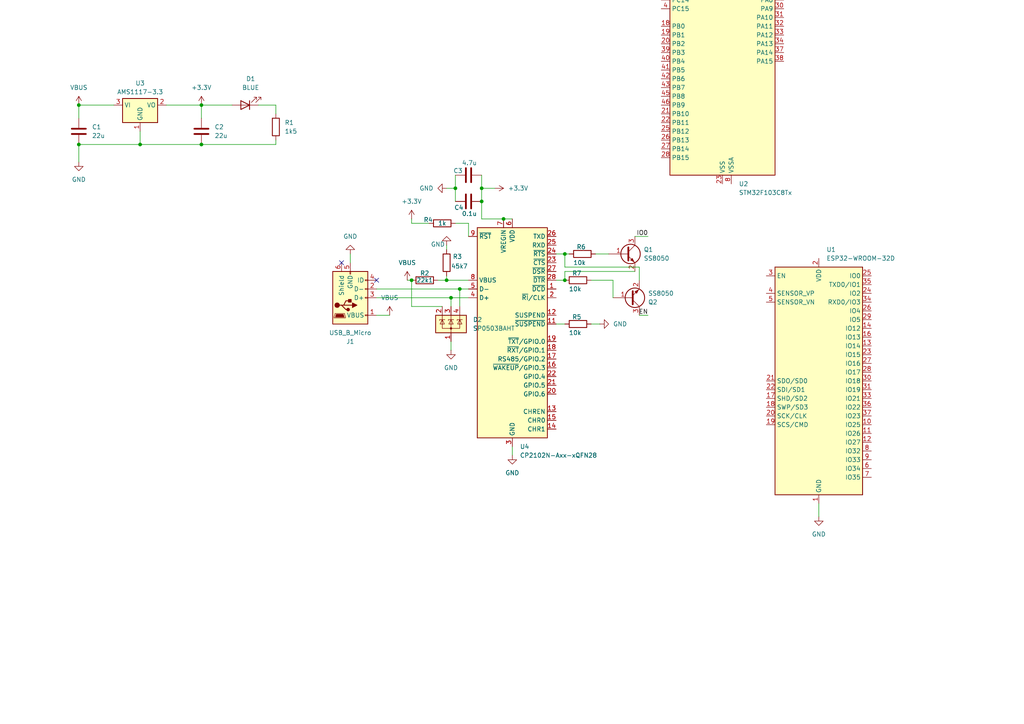
<source format=kicad_sch>
(kicad_sch (version 20231120) (generator "eeschema") (generator_version "8.0")
  (paper "A4")
  (lib_symbols
    (symbol "Connector:USB_B_Micro" (pin_names (offset 1.016))
      (property "Reference" "J" (at -5.08 11.43 0))
      (property "Value" "USB_B_Micro" (at -5.08 8.89 0))
      (symbol "USB_B_Micro_0_1"
        (rectangle (start -5.08 -7.62) (end 5.08 7.62) (stroke (width 0.254)) (fill (type background)))
        (circle (center -3.81 2.159) (radius 0.635) (stroke (width 0.254)) (fill (type outline)))
        (circle (center -0.635 3.429) (radius 0.381) (stroke (width 0.254)) (fill (type outline)))
        (rectangle (start -0.127 -7.62) (end 0.127 -6.858))
        (polyline (pts (xy -1.905 2.159) (xy 0.635 2.159)) (stroke (width 0.254)))
        (polyline (pts (xy -3.175 2.159) (xy -2.54 2.159) (xy -1.27 3.429) (xy -0.635 3.429)) (stroke (width 0.254)))
        (polyline (pts (xy -2.54 2.159) (xy -1.905 2.159) (xy -1.27 0.889) (xy 0 0.889)) (stroke (width 0.254)))
        (polyline (pts (xy 0.635 2.794) (xy 0.635 1.524) (xy 1.905 2.159) (xy 0.635 2.794)) (stroke (width 0.254)) (fill (type outline)))
        (polyline (pts (xy -4.318 5.588) (xy -1.778 5.588) (xy -2.032 4.826) (xy -4.064 4.826) (xy -4.318 5.588)) (fill (type outline)))
        (polyline (pts (xy -4.699 5.842) (xy -4.699 5.588) (xy -4.445 4.826) (xy -4.445 4.572) (xy -1.651 4.572) (xy -1.651 4.826) (xy -1.397 5.588) (xy -1.397 5.842) (xy -4.699 5.842)))
        (rectangle (start 0.254 1.27) (end -0.508 0.508) (stroke (width 0.254)) (fill (type outline)))
        (rectangle (start 5.08 -5.207) (end 4.318 -4.953))
        (rectangle (start 5.08 -2.667) (end 4.318 -2.413))
        (rectangle (start 5.08 -0.127) (end 4.318 0.127))
        (rectangle (start 5.08 4.953) (end 4.318 5.207))
      )
      (symbol "USB_B_Micro_1_1"
        (pin power_out line (at 7.62 5.08 180) (length 2.54) (name "VBUS") (number "1"))
        (pin bidirectional line (at 7.62 -2.54 180) (length 2.54) (name "D-") (number "2"))
        (pin bidirectional line (at 7.62 0 180) (length 2.54) (name "D+") (number "3"))
        (pin passive line (at 7.62 -5.08 180) (length 2.54) (name "ID") (number "4"))
        (pin power_out line (at 0 -10.16 90) (length 2.54) (name "GND") (number "5"))
        (pin passive line (at -2.54 -10.16 90) (length 2.54) (name "Shield") (number "6"))
      )
    )
    (symbol "Device:C" (pin_numbers hide) (pin_names (offset 0.254))
      (property "Reference" "C" (at 0.635 2.54 0))
      (property "Value" "C" (at 0.635 -2.54 0))
      (symbol "C_0_1"
        (polyline (pts (xy -2.032 -0.762) (xy 2.032 -0.762)) (stroke (width 0.508)))
        (polyline (pts (xy -2.032 0.762) (xy 2.032 0.762)) (stroke (width 0.508)))
      )
      (symbol "C_1_1"
        (pin passive line (at 0 3.81 270) (length 2.794) (name "~") (number "1"))
        (pin passive line (at 0 -3.81 90) (length 2.794) (name "~") (number "2"))
      )
    )
    (symbol "Device:LED" (pin_numbers hide) (pin_names (offset 1.016) hide)
      (property "Reference" "D" (at 0 2.54 0))
      (property "Value" "LED" (at 0 -2.54 0))
      (symbol "LED_0_1"
        (polyline (pts (xy -1.27 -1.27) (xy -1.27 1.27)) (stroke (width 0.254)))
        (polyline (pts (xy -1.27 0) (xy 1.27 0)))
        (polyline (pts (xy 1.27 -1.27) (xy 1.27 1.27) (xy -1.27 0) (xy 1.27 -1.27)) (stroke (width 0.254)))
        (polyline (pts (xy -3.048 -0.762) (xy -4.572 -2.286) (xy -3.81 -2.286) (xy -4.572 -2.286) (xy -4.572 -1.524)))
        (polyline (pts (xy -1.778 -0.762) (xy -3.302 -2.286) (xy -2.54 -2.286) (xy -3.302 -2.286) (xy -3.302 -1.524)))
      )
      (symbol "LED_1_1"
        (pin passive line (at -3.81 0 0) (length 2.54) (name "K") (number "1"))
        (pin passive line (at 3.81 0 180) (length 2.54) (name "A") (number "2"))
      )
    )
    (symbol "Device:R" (pin_numbers hide) (pin_names (offset 0))
      (property "Reference" "R" (at 2.032 0 90))
      (property "Value" "R" (at 0 0 90))
      (symbol "R_0_1"
        (rectangle (start -1.016 -2.54) (end 1.016 2.54) (stroke (width 0.254)))
      )
      (symbol "R_1_1"
        (pin passive line (at 0 3.81 270) (length 1.27) (name "~") (number "1"))
        (pin passive line (at 0 -3.81 90) (length 1.27) (name "~") (number "2"))
      )
    )
    (symbol "Interface_USB:CP2102N-Axx-xQFN28"
      (property "Reference" "U" (at -8.89 31.75 0))
      (property "Value" "CP2102N-Axx-xQFN28" (at 12.7 31.75 0))
      (symbol "CP2102N-Axx-xQFN28_0_1"
        (rectangle (start -10.16 30.48) (end 10.16 -30.48) (stroke (width 0.254)) (fill (type background)))
      )
      (symbol "CP2102N-Axx-xQFN28_1_1"
        (pin input line (at 12.7 12.7 180) (length 2.54) (name "~{DCD}") (number "1"))
        (pin no_connect line (at -10.16 -27.94 0) (length 2.54) hide (name "NC") (number "10"))
        (pin output line (at 12.7 2.54 180) (length 2.54) (name "~{SUSPEND}") (number "11"))
        (pin output line (at 12.7 5.08 180) (length 2.54) (name "SUSPEND") (number "12"))
        (pin output line (at 12.7 -22.86 180) (length 2.54) (name "CHREN") (number "13"))
        (pin output line (at 12.7 -27.94 180) (length 2.54) (name "CHR1") (number "14"))
        (pin output line (at 12.7 -25.4 180) (length 2.54) (name "CHR0") (number "15"))
        (pin bidirectional line (at 12.7 -10.16 180) (length 2.54) (name "~{WAKEUP}/GPIO.3") (number "16"))
        (pin bidirectional line (at 12.7 -7.62 180) (length 2.54) (name "RS485/GPIO.2") (number "17"))
        (pin bidirectional line (at 12.7 -5.08 180) (length 2.54) (name "~{RXT}/GPIO.1") (number "18"))
        (pin bidirectional line (at 12.7 -2.54 180) (length 2.54) (name "~{TXT}/GPIO.0") (number "19"))
        (pin bidirectional line (at 12.7 10.16 180) (length 2.54) (name "~{RI}/CLK") (number "2"))
        (pin bidirectional line (at 12.7 -17.78 180) (length 2.54) (name "GPIO.6") (number "20"))
        (pin bidirectional line (at 12.7 -15.24 180) (length 2.54) (name "GPIO.5") (number "21"))
        (pin bidirectional line (at 12.7 -12.7 180) (length 2.54) (name "GPIO.4") (number "22"))
        (pin input line (at 12.7 20.32 180) (length 2.54) (name "~{CTS}") (number "23"))
        (pin output line (at 12.7 22.86 180) (length 2.54) (name "~{RTS}") (number "24"))
        (pin input line (at 12.7 25.4 180) (length 2.54) (name "RXD") (number "25"))
        (pin output line (at 12.7 27.94 180) (length 2.54) (name "TXD") (number "26"))
        (pin input line (at 12.7 17.78 180) (length 2.54) (name "~{DSR}") (number "27"))
        (pin output line (at 12.7 15.24 180) (length 2.54) (name "~{DTR}") (number "28"))
        (pin passive line (at 0 -33.02 90) (length 2.54) hide (name "GND") (number "29"))
        (pin power_in line (at 0 -33.02 90) (length 2.54) (name "GND") (number "3"))
        (pin bidirectional line (at -12.7 10.16 0) (length 2.54) (name "D+") (number "4"))
        (pin bidirectional line (at -12.7 12.7 0) (length 2.54) (name "D-") (number "5"))
        (pin power_in line (at 0 33.02 270) (length 2.54) (name "VDD") (number "6"))
        (pin power_in line (at -2.54 33.02 270) (length 2.54) (name "VREGIN") (number "7"))
        (pin input line (at -12.7 15.24 0) (length 2.54) (name "VBUS") (number "8"))
        (pin input line (at -12.7 27.94 0) (length 2.54) (name "~{RST}") (number "9"))
      )
    )
    (symbol "MCU_ST_STM32F1:STM32F103C8Tx"
      (property "Reference" "U" (at -15.24 39.37 0))
      (property "Value" "STM32F103C8Tx" (at 7.62 39.37 0))
      (symbol "STM32F103C8Tx_0_1"
        (rectangle (start -15.24 -38.1) (end 15.24 38.1) (stroke (width 0.254)) (fill (type background)))
      )
      (symbol "STM32F103C8Tx_1_1"
        (pin power_in line (at -5.08 40.64 270) (length 2.54) (name "VBAT") (number "1"))
        (pin bidirectional line (at 17.78 33.02 180) (length 2.54) (name "PA0") (number "10"))
        (pin bidirectional line (at 17.78 30.48 180) (length 2.54) (name "PA1") (number "11"))
        (pin bidirectional line (at 17.78 27.94 180) (length 2.54) (name "PA2") (number "12"))
        (pin bidirectional line (at 17.78 25.4 180) (length 2.54) (name "PA3") (number "13"))
        (pin bidirectional line (at 17.78 22.86 180) (length 2.54) (name "PA4") (number "14"))
        (pin bidirectional line (at 17.78 20.32 180) (length 2.54) (name "PA5") (number "15"))
        (pin bidirectional line (at 17.78 17.78 180) (length 2.54) (name "PA6") (number "16"))
        (pin bidirectional line (at 17.78 15.24 180) (length 2.54) (name "PA7") (number "17"))
        (pin bidirectional line (at -17.78 5.08 0) (length 2.54) (name "PB0") (number "18"))
        (pin bidirectional line (at -17.78 2.54 0) (length 2.54) (name "PB1") (number "19"))
        (pin bidirectional line (at -17.78 15.24 0) (length 2.54) (name "PC13") (number "2"))
        (pin bidirectional line (at -17.78 0 0) (length 2.54) (name "PB2") (number "20"))
        (pin bidirectional line (at -17.78 -20.32 0) (length 2.54) (name "PB10") (number "21"))
        (pin bidirectional line (at -17.78 -22.86 0) (length 2.54) (name "PB11") (number "22"))
        (pin power_in line (at 0 -40.64 90) (length 2.54) (name "VSS") (number "23"))
        (pin power_in line (at -2.54 40.64 270) (length 2.54) (name "VDD") (number "24"))
        (pin bidirectional line (at -17.78 -25.4 0) (length 2.54) (name "PB12") (number "25"))
        (pin bidirectional line (at -17.78 -27.94 0) (length 2.54) (name "PB13") (number "26"))
        (pin bidirectional line (at -17.78 -30.48 0) (length 2.54) (name "PB14") (number "27"))
        (pin bidirectional line (at -17.78 -33.02 0) (length 2.54) (name "PB15") (number "28"))
        (pin bidirectional line (at 17.78 12.7 180) (length 2.54) (name "PA8") (number "29"))
        (pin bidirectional line (at -17.78 12.7 0) (length 2.54) (name "PC14") (number "3"))
        (pin bidirectional line (at 17.78 10.16 180) (length 2.54) (name "PA9") (number "30"))
        (pin bidirectional line (at 17.78 7.62 180) (length 2.54) (name "PA10") (number "31"))
        (pin bidirectional line (at 17.78 5.08 180) (length 2.54) (name "PA11") (number "32"))
        (pin bidirectional line (at 17.78 2.54 180) (length 2.54) (name "PA12") (number "33"))
        (pin bidirectional line (at 17.78 0 180) (length 2.54) (name "PA13") (number "34"))
        (pin passive line (at 0 -40.64 90) (length 2.54) hide (name "VSS") (number "35"))
        (pin power_in line (at 0 40.64 270) (length 2.54) (name "VDD") (number "36"))
        (pin bidirectional line (at 17.78 -2.54 180) (length 2.54) (name "PA14") (number "37"))
        (pin bidirectional line (at 17.78 -5.08 180) (length 2.54) (name "PA15") (number "38"))
        (pin bidirectional line (at -17.78 -2.54 0) (length 2.54) (name "PB3") (number "39"))
        (pin bidirectional line (at -17.78 10.16 0) (length 2.54) (name "PC15") (number "4"))
        (pin bidirectional line (at -17.78 -5.08 0) (length 2.54) (name "PB4") (number "40"))
        (pin bidirectional line (at -17.78 -7.62 0) (length 2.54) (name "PB5") (number "41"))
        (pin bidirectional line (at -17.78 -10.16 0) (length 2.54) (name "PB6") (number "42"))
        (pin bidirectional line (at -17.78 -12.7 0) (length 2.54) (name "PB7") (number "43"))
        (pin input line (at -17.78 27.94 0) (length 2.54) (name "BOOT0") (number "44"))
        (pin bidirectional line (at -17.78 -15.24 0) (length 2.54) (name "PB8") (number "45"))
        (pin bidirectional line (at -17.78 -17.78 0) (length 2.54) (name "PB9") (number "46"))
        (pin passive line (at 0 -40.64 90) (length 2.54) hide (name "VSS") (number "47"))
        (pin power_in line (at 2.54 40.64 270) (length 2.54) (name "VDD") (number "48"))
        (pin bidirectional line (at -17.78 22.86 0) (length 2.54) (name "PD0") (number "5"))
        (pin bidirectional line (at -17.78 20.32 0) (length 2.54) (name "PD1") (number "6"))
        (pin input line (at -17.78 33.02 0) (length 2.54) (name "NRST") (number "7"))
        (pin power_in line (at 2.54 -40.64 90) (length 2.54) (name "VSSA") (number "8"))
        (pin power_in line (at 5.08 40.64 270) (length 2.54) (name "VDDA") (number "9"))
      )
    )
    (symbol "Power_Protection:SP0503BAHT" (pin_names hide)
      (property "Reference" "D" (at 5.715 2.54 0))
      (property "Value" "SP0503BAHT" (at 5.715 0.635 0))
      (symbol "SP0503BAHT_0_0"
        (pin passive line (at 0 -5.08 90) (length 2.54) (name "A") (number "1"))
      )
      (symbol "SP0503BAHT_0_1"
        (rectangle (start -4.445 2.54) (end 4.445 -2.54) (stroke (width 0.254)) (fill (type background)))
        (circle (center 0 -1.27) (radius 0.254) (fill (type outline)))
        (polyline (pts (xy -2.54 2.54) (xy -2.54 1.27)))
        (polyline (pts (xy 0 -1.27) (xy 0 -2.54)))
        (polyline (pts (xy 0 -1.27) (xy 0 1.27)))
        (polyline (pts (xy 0 2.54) (xy 0 1.27)))
        (polyline (pts (xy 0.635 1.27) (xy 0.762 1.27)))
        (polyline (pts (xy 2.54 2.54) (xy 2.54 1.27)))
        (polyline (pts (xy 0.635 1.27) (xy -0.762 1.27) (xy -0.762 1.016)))
        (polyline (pts (xy -3.302 1.016) (xy -3.302 1.27) (xy -1.905 1.27) (xy -1.778 1.27)))
        (polyline (pts (xy -2.54 1.27) (xy -2.54 -1.27) (xy 2.54 -1.27) (xy 2.54 1.27)))
        (polyline (pts (xy -2.54 1.27) (xy -1.905 0) (xy -3.175 0) (xy -2.54 1.27)))
        (polyline (pts (xy 0.635 0) (xy -0.635 0) (xy 0 1.27) (xy 0.635 0)))
        (polyline (pts (xy 1.778 1.016) (xy 1.778 1.27) (xy 3.175 1.27) (xy 3.302 1.27)))
        (polyline (pts (xy 2.54 1.27) (xy 1.905 0) (xy 3.175 0) (xy 2.54 1.27)))
      )
      (symbol "SP0503BAHT_1_1"
        (pin passive line (at -2.54 5.08 270) (length 2.54) (name "K") (number "2"))
        (pin passive line (at 0 5.08 270) (length 2.54) (name "K") (number "3"))
        (pin passive line (at 2.54 5.08 270) (length 2.54) (name "K") (number "4"))
      )
    )
    (symbol "RF_Module:ESP32-WROOM-32D"
      (property "Reference" "U" (at -12.7 34.29 0))
      (property "Value" "ESP32-WROOM-32D" (at 1.27 34.29 0))
      (symbol "ESP32-WROOM-32D_0_1"
        (rectangle (start -12.7 33.02) (end 12.7 -33.02) (stroke (width 0.254)) (fill (type background)))
      )
      (symbol "ESP32-WROOM-32D_1_1"
        (pin power_in line (at 0 -35.56 90) (length 2.54) (name "GND") (number "1"))
        (pin bidirectional line (at 15.24 -12.7 180) (length 2.54) (name "IO25") (number "10"))
        (pin bidirectional line (at 15.24 -15.24 180) (length 2.54) (name "IO26") (number "11"))
        (pin bidirectional line (at 15.24 -17.78 180) (length 2.54) (name "IO27") (number "12"))
        (pin bidirectional line (at 15.24 10.16 180) (length 2.54) (name "IO14") (number "13"))
        (pin bidirectional line (at 15.24 15.24 180) (length 2.54) (name "IO12") (number "14"))
        (pin passive line (at 0 -35.56 90) (length 2.54) hide (name "GND") (number "15"))
        (pin bidirectional line (at 15.24 12.7 180) (length 2.54) (name "IO13") (number "16"))
        (pin bidirectional line (at -15.24 -5.08 0) (length 2.54) (name "SHD/SD2") (number "17"))
        (pin bidirectional line (at -15.24 -7.62 0) (length 2.54) (name "SWP/SD3") (number "18"))
        (pin bidirectional line (at -15.24 -12.7 0) (length 2.54) (name "SCS/CMD") (number "19"))
        (pin power_in line (at 0 35.56 270) (length 2.54) (name "VDD") (number "2"))
        (pin bidirectional line (at -15.24 -10.16 0) (length 2.54) (name "SCK/CLK") (number "20"))
        (pin bidirectional line (at -15.24 0 0) (length 2.54) (name "SDO/SD0") (number "21"))
        (pin bidirectional line (at -15.24 -2.54 0) (length 2.54) (name "SDI/SD1") (number "22"))
        (pin bidirectional line (at 15.24 7.62 180) (length 2.54) (name "IO15") (number "23"))
        (pin bidirectional line (at 15.24 25.4 180) (length 2.54) (name "IO2") (number "24"))
        (pin bidirectional line (at 15.24 30.48 180) (length 2.54) (name "IO0") (number "25"))
        (pin bidirectional line (at 15.24 20.32 180) (length 2.54) (name "IO4") (number "26"))
        (pin bidirectional line (at 15.24 5.08 180) (length 2.54) (name "IO16") (number "27"))
        (pin bidirectional line (at 15.24 2.54 180) (length 2.54) (name "IO17") (number "28"))
        (pin bidirectional line (at 15.24 17.78 180) (length 2.54) (name "IO5") (number "29"))
        (pin input line (at -15.24 30.48 0) (length 2.54) (name "EN") (number "3"))
        (pin bidirectional line (at 15.24 0 180) (length 2.54) (name "IO18") (number "30"))
        (pin bidirectional line (at 15.24 -2.54 180) (length 2.54) (name "IO19") (number "31"))
        (pin no_connect line (at -12.7 -27.94 0) (length 2.54) hide (name "NC") (number "32"))
        (pin bidirectional line (at 15.24 -5.08 180) (length 2.54) (name "IO21") (number "33"))
        (pin bidirectional line (at 15.24 22.86 180) (length 2.54) (name "RXD0/IO3") (number "34"))
        (pin bidirectional line (at 15.24 27.94 180) (length 2.54) (name "TXD0/IO1") (number "35"))
        (pin bidirectional line (at 15.24 -7.62 180) (length 2.54) (name "IO22") (number "36"))
        (pin bidirectional line (at 15.24 -10.16 180) (length 2.54) (name "IO23") (number "37"))
        (pin passive line (at 0 -35.56 90) (length 2.54) hide (name "GND") (number "38"))
        (pin passive line (at 0 -35.56 90) (length 2.54) hide (name "GND") (number "39"))
        (pin input line (at -15.24 25.4 0) (length 2.54) (name "SENSOR_VP") (number "4"))
        (pin input line (at -15.24 22.86 0) (length 2.54) (name "SENSOR_VN") (number "5"))
        (pin input line (at 15.24 -25.4 180) (length 2.54) (name "IO34") (number "6"))
        (pin input line (at 15.24 -27.94 180) (length 2.54) (name "IO35") (number "7"))
        (pin bidirectional line (at 15.24 -20.32 180) (length 2.54) (name "IO32") (number "8"))
        (pin bidirectional line (at 15.24 -22.86 180) (length 2.54) (name "IO33") (number "9"))
      )
    )
    (symbol "Regulator_Linear:AMS1117-3.3"
      (property "Reference" "U" (at -3.81 3.175 0))
      (property "Value" "AMS1117-3.3" (at 0 3.175 0))
      (symbol "AMS1117-3.3_0_1"
        (rectangle (start -5.08 -5.08) (end 5.08 1.905) (stroke (width 0.254)) (fill (type background)))
      )
      (symbol "AMS1117-3.3_1_1"
        (pin power_in line (at 0 -7.62 90) (length 2.54) (name "GND") (number "1"))
        (pin power_out line (at 7.62 0 180) (length 2.54) (name "VO") (number "2"))
        (pin power_in line (at -7.62 0 0) (length 2.54) (name "VI") (number "3"))
      )
    )
    (symbol "Transistor_BJT:SS8050" (pin_names (offset 0) hide)
      (property "Reference" "Q" (at 5.08 1.905 0))
      (property "Value" "SS8050" (at 5.08 0 0))
      (symbol "SS8050_0_1"
        (polyline (pts (xy 0.635 0.635) (xy 2.54 2.54)))
        (polyline (pts (xy 0.635 -0.635) (xy 2.54 -2.54) (xy 2.54 -2.54)))
        (polyline (pts (xy 0.635 1.905) (xy 0.635 -1.905) (xy 0.635 -1.905)) (stroke (width 0.508)))
        (polyline (pts (xy 1.27 -1.778) (xy 1.778 -1.27) (xy 2.286 -2.286) (xy 1.27 -1.778) (xy 1.27 -1.778)) (fill (type outline)))
        (circle (center 1.27 0) (radius 2.8194) (stroke (width 0.254)))
      )
      (symbol "SS8050_1_1"
        (pin input line (at -5.08 0 0) (length 5.715) (name "B") (number "1"))
        (pin passive line (at 2.54 -5.08 90) (length 2.54) (name "E") (number "2"))
        (pin passive line (at 2.54 5.08 270) (length 2.54) (name "C") (number "3"))
      )
    )
    (symbol "power:+3.3V" (power) (pin_numbers hide) (pin_names (offset 0) hide)
      (property "Value" "+3.3V" (at 0 3.556 0))
      (symbol "+3.3V_0_1"
        (polyline (pts (xy -0.762 1.27) (xy 0 2.54)))
        (polyline (pts (xy 0 0) (xy 0 2.54)))
        (polyline (pts (xy 0 2.54) (xy 0.762 1.27)))
      )
      (symbol "+3.3V_1_1"
        (pin power_in line (at 0 0 90) (length 0) (name "~") (number "1"))
      )
    )
    (symbol "power:GND" (power) (pin_numbers hide) (pin_names (offset 0) hide)
      (property "Value" "GND" (at 0 -3.81 0))
      (symbol "GND_0_1"
        (polyline (pts (xy 0 0) (xy 0 -1.27) (xy 1.27 -1.27) (xy 0 -2.54) (xy -1.27 -1.27) (xy 0 -1.27)))
      )
      (symbol "GND_1_1"
        (pin power_in line (at 0 0 270) (length 0) (name "~") (number "1"))
      )
    )
    (symbol "power:VBUS" (power) (pin_numbers hide) (pin_names (offset 0) hide)
      (property "Value" "VBUS" (at 0 3.556 0))
      (symbol "VBUS_0_1"
        (polyline (pts (xy -0.762 1.27) (xy 0 2.54)))
        (polyline (pts (xy 0 0) (xy 0 2.54)))
        (polyline (pts (xy 0 2.54) (xy 0.762 1.27)))
      )
      (symbol "VBUS_1_1"
        (pin power_in line (at 0 0 90) (length 0) (name "~") (number "1"))
      )
    )
  )
  (junction (at 163.83 73.66))
  (junction (at 40.64 41.91))
  (junction (at 132.08 54.61))
  (junction (at 133.35 83.82))
  (junction (at 139.7 54.61))
  (junction (at 146.05 63.5))
  (junction (at 22.86 30.48))
  (junction (at 139.7 58.42))
  (junction (at 163.83 81.28))
  (junction (at 130.81 86.36))
  (junction (at 58.42 41.91))
  (junction (at 22.86 41.91))
  (junction (at 58.42 30.48))
  (junction (at 119.38 81.28))
  (junction (at 129.54 81.28))
  (no_connect (at 99.06 76.2))
  (no_connect (at 109.22 81.28))
  (wire (pts (xy 172.72 73.66) (xy 176.53 73.66)))
  (wire (pts (xy 109.22 91.44) (xy 113.03 91.44)))
  (wire (pts (xy 148.59 129.54) (xy 148.59 132.08)))
  (wire (pts (xy 101.6 73.66) (xy 101.6 76.2)))
  (wire (pts (xy 139.7 63.5) (xy 139.7 58.42)))
  (wire (pts (xy 22.86 30.48) (xy 22.86 34.29)))
  (wire (pts (xy 161.29 81.28) (xy 163.83 81.28)))
  (wire (pts (xy 163.83 73.66) (xy 165.1 73.66)))
  (wire (pts (xy 128.27 88.9) (xy 119.38 88.9)))
  (wire (pts (xy 135.89 64.77) (xy 135.89 68.58)))
  (wire (pts (xy 146.05 63.5) (xy 148.59 63.5)))
  (wire (pts (xy 80.01 41.91) (xy 58.42 41.91)))
  (wire (pts (xy 119.38 88.9) (xy 119.38 81.28)))
  (wire (pts (xy 129.54 81.28) (xy 135.89 81.28)))
  (wire (pts (xy 185.42 81.28) (xy 185.42 77.47)))
  (wire (pts (xy 177.8 81.28) (xy 177.8 86.36)))
  (wire (pts (xy 48.26 30.48) (xy 58.42 30.48)))
  (wire (pts (xy 129.54 54.61) (xy 132.08 54.61)))
  (wire (pts (xy 22.86 41.91) (xy 40.64 41.91)))
  (wire (pts (xy 130.81 99.06) (xy 130.81 101.6)))
  (wire (pts (xy 74.93 30.48) (xy 80.01 30.48)))
  (wire (pts (xy 127 81.28) (xy 129.54 81.28)))
  (wire (pts (xy 185.42 77.47) (xy 163.83 77.47)))
  (wire (pts (xy 118.11 81.28) (xy 119.38 81.28)))
  (wire (pts (xy 129.54 71.12) (xy 129.54 72.39)))
  (wire (pts (xy 22.86 30.48) (xy 33.02 30.48)))
  (wire (pts (xy 80.01 40.64) (xy 80.01 41.91)))
  (wire (pts (xy 130.81 86.36) (xy 135.89 86.36)))
  (wire (pts (xy 119.38 64.77) (xy 124.46 64.77)))
  (wire (pts (xy 109.22 83.82) (xy 133.35 83.82)))
  (wire (pts (xy 139.7 50.8) (xy 139.7 54.61)))
  (wire (pts (xy 129.54 80.01) (xy 129.54 81.28)))
  (wire (pts (xy 161.29 93.98) (xy 163.83 93.98)))
  (wire (pts (xy 132.08 54.61) (xy 132.08 58.42)))
  (wire (pts (xy 163.83 77.47) (xy 163.83 73.66)))
  (wire (pts (xy 161.29 73.66) (xy 163.83 73.66)))
  (wire (pts (xy 58.42 30.48) (xy 67.31 30.48)))
  (wire (pts (xy 22.86 41.91) (xy 22.86 46.99)))
  (wire (pts (xy 163.83 78.74) (xy 163.83 81.28)))
  (wire (pts (xy 58.42 30.48) (xy 58.42 34.29)))
  (wire (pts (xy 139.7 54.61) (xy 143.51 54.61)))
  (wire (pts (xy 171.45 81.28) (xy 177.8 81.28)))
  (wire (pts (xy 80.01 30.48) (xy 80.01 33.02)))
  (wire (pts (xy 132.08 50.8) (xy 132.08 54.61)))
  (wire (pts (xy 133.35 83.82) (xy 135.89 83.82)))
  (wire (pts (xy 171.45 93.98) (xy 173.99 93.98)))
  (wire (pts (xy 133.35 83.82) (xy 133.35 88.9)))
  (wire (pts (xy 40.64 38.1) (xy 40.64 41.91)))
  (wire (pts (xy 185.42 91.44) (xy 187.96 91.44)))
  (wire (pts (xy 139.7 54.61) (xy 139.7 58.42)))
  (wire (pts (xy 132.08 64.77) (xy 135.89 64.77)))
  (wire (pts (xy 40.64 41.91) (xy 58.42 41.91)))
  (wire (pts (xy 119.38 63.5) (xy 119.38 64.77)))
  (wire (pts (xy 139.7 63.5) (xy 146.05 63.5)))
  (wire (pts (xy 237.49 146.05) (xy 237.49 149.86)))
  (wire (pts (xy 109.22 86.36) (xy 130.81 86.36)))
  (wire (pts (xy 184.15 78.74) (xy 163.83 78.74)))
  (wire (pts (xy 184.15 68.58) (xy 187.96 68.58)))
  (wire (pts (xy 130.81 86.36) (xy 130.81 88.9)))
  (label "IO0" (at 187.96 68.58 180))
  (label "EN" (at 187.96 91.44 180))
  (symbol (lib_id "power:+3.3V") (at 119.38 63.5 0) (unit 1)
    (property "Reference" "#PWR012" (effects (hide yes)))
    (property "Value" "+3.3V" (at 119.38 58.42 0))
    (property "Description" "Power symbol creates a global label with name \"+3.3V\"" (effects (hide yes)))
  )
  (symbol (lib_id "Device:R") (at 128.27 64.77 90) (unit 1)
    (property "Reference" "R4" (at 124.206 63.754 90))
    (property "Value" "1k" (at 128.27 64.77 90))
    (property "Description" "Resistor" (effects (hide yes)))
  )
  (symbol (lib_id "power:GND") (at 173.99 93.98 90) (unit 1)
    (property "Reference" "#PWR06" (effects (hide yes)))
    (property "Value" "GND" (at 177.8 93.9799 90) (effects (justify right)))
    (property "Description" "Power symbol creates a global label with name \"GND\" , ground" (effects (hide yes)))
  )
  (symbol (lib_id "Device:R") (at 123.19 81.28 90) (unit 1)
    (property "Reference" "R2" (at 123.19 79.248 90))
    (property "Value" "22k1" (at 123.19 81.28 90))
    (property "Description" "Resistor" (effects (hide yes)))
  )
  (symbol (lib_id "power:VBUS") (at 113.03 91.44 0) (unit 1)
    (property "Reference" "#PWR01" (effects (hide yes)))
    (property "Value" "VBUS" (at 113.03 86.36 0))
    (property "Description" "Power symbol creates a global label with name \"VBUS\"" (effects (hide yes)))
  )
  (symbol (lib_id "Device:R") (at 168.91 73.66 90) (unit 1)
    (property "Reference" "R6" (at 169.926 71.628 90) (effects (justify left)))
    (property "Value" "10k" (at 169.926 76.2 90) (effects (justify left)))
    (property "Description" "Resistor" (effects (hide yes)))
  )
  (symbol (lib_id "Device:R") (at 80.01 36.83 0) (unit 1)
    (property "Reference" "R1" (at 82.55 35.5599 0) (effects (justify left)))
    (property "Value" "1k5" (at 82.55 38.0999 0) (effects (justify left)))
    (property "Description" "Resistor" (effects (hide yes)))
  )
  (symbol (lib_id "Device:C") (at 135.89 58.42 270) (unit 1)
    (property "Reference" "C4" (at 133.096 60.198 90))
    (property "Value" "0.1u" (at 136.144 61.976 90))
    (property "Description" "Unpolarized capacitor" (effects (hide yes)))
  )
  (symbol (lib_id "Device:C") (at 22.86 38.1 0) (unit 1)
    (property "Reference" "C1" (at 26.67 36.8299 0) (effects (justify left)))
    (property "Value" "22u" (at 26.67 39.3699 0) (effects (justify left)))
    (property "Description" "Unpolarized capacitor" (effects (hide yes)))
  )
  (symbol (lib_id "power:GND") (at 237.49 149.86 0) (unit 1)
    (property "Reference" "#PWR05" (effects (hide yes)))
    (property "Value" "GND" (at 237.49 154.94 0))
    (property "Description" "Power symbol creates a global label with name \"GND\" , ground" (effects (hide yes)))
  )
  (symbol (lib_id "power:VBUS") (at 22.86 30.48 0) (unit 1)
    (property "Reference" "#PWR07" (effects (hide yes)))
    (property "Value" "VBUS" (at 22.86 25.4 0))
    (property "Description" "Power symbol creates a global label with name \"VBUS\"" (effects (hide yes)))
  )
  (symbol (lib_id "power:+3.3V") (at 58.42 30.48 0) (unit 1)
    (property "Reference" "#PWR08" (effects (hide yes)))
    (property "Value" "+3.3V" (at 58.42 25.4 0))
    (property "Description" "Power symbol creates a global label with name \"+3.3V\"" (effects (hide yes)))
  )
  (symbol (lib_id "Device:R") (at 167.64 81.28 90) (unit 1)
    (property "Reference" "R7" (at 168.656 79.248 90) (effects (justify left)))
    (property "Value" "10k" (at 168.656 83.82 90) (effects (justify left)))
    (property "Description" "Resistor" (effects (hide yes)))
  )
  (symbol (lib_id "power:+3.3V") (at 143.51 54.61 270) (unit 1)
    (property "Reference" "#PWR09" (effects (hide yes)))
    (property "Value" "+3.3V" (at 147.32 54.6099 90) (effects (justify left)))
    (property "Description" "Power symbol creates a global label with name \"+3.3V\"" (effects (hide yes)))
  )
  (symbol (lib_id "Transistor_BJT:SS8050") (at 181.61 73.66 0) (unit 1)
    (property "Reference" "Q1" (at 186.69 72.3899 0) (effects (justify left)))
    (property "Value" "SS8050" (at 186.69 74.9299 0) (effects (justify left)))
    (property "Footprint" "Package_TO_SOT_SMD:SOT-23" (effects (hide yes)))
    (property "Datasheet" "http://www.secosgmbh.com/datasheet/products/SSMPTransistor/SOT-23/SS8050.pdf" (effects (hide yes)))
    (property "Description" "General Purpose NPN Transistor, 1.5A Ic, 25V Vce, SOT-23" (effects (hide yes)))
  )
  (symbol (lib_id "Device:R") (at 129.54 76.2 0) (unit 1)
    (property "Reference" "R3" (at 131.318 74.422 0) (effects (justify left)))
    (property "Value" "45k7" (at 130.81 77.216 0) (effects (justify left)))
    (property "Description" "Resistor" (effects (hide yes)))
  )
  (symbol (lib_id "MCU_ST_STM32F1:STM32F103C8Tx") (at 209.55 12.7 0) (unit 1)
    (property "Reference" "U2" (at 214.2841 53.34 0) (effects (justify left)))
    (property "Value" "STM32F103C8Tx" (at 214.2841 55.88 0) (effects (justify left)))
    (property "Footprint" "Package_QFP:LQFP-48_7x7mm_P0.5mm" (effects (hide yes)))
    (property "Datasheet" "https://www.st.com/resource/en/datasheet/stm32f103c8.pdf" (effects (hide yes)))
    (property "Description" "STMicroelectronics Arm Cortex-M3 MCU, 64KB flash, 20KB RAM, 72 MHz, 2.0-3.6V, 37 GPIO, LQFP48" (effects (hide yes)))
  )
  (symbol (lib_id "power:VBUS") (at 118.11 81.28 0) (unit 1)
    (property "Reference" "#PWR011" (effects (hide yes)))
    (property "Value" "VBUS" (at 118.11 76.2 0))
    (property "Description" "Power symbol creates a global label with name \"VBUS\"" (effects (hide yes)))
  )
  (symbol (lib_id "Device:C") (at 58.42 38.1 0) (unit 1)
    (property "Reference" "C2" (at 62.23 36.8299 0) (effects (justify left)))
    (property "Value" "22u" (at 62.23 39.3699 0) (effects (justify left)))
    (property "Description" "Unpolarized capacitor" (effects (hide yes)))
  )
  (symbol (lib_id "Device:LED") (at 71.12 30.48 180) (unit 1)
    (property "Reference" "D1" (at 72.7075 22.86 0))
    (property "Value" "BLUE" (at 72.7075 25.4 0))
    (property "Description" "Light emitting diode" (effects (hide yes)))
  )
  (symbol (lib_id "Interface_USB:CP2102N-Axx-xQFN28") (at 148.59 96.52 0) (unit 1)
    (property "Reference" "U4" (at 150.7841 129.54 0) (effects (justify left)))
    (property "Value" "CP2102N-Axx-xQFN28" (at 150.7841 132.08 0) (effects (justify left)))
    (property "Footprint" "Package_DFN_QFN:QFN-28-1EP_5x5mm_P0.5mm_EP3.35x3.35mm" (effects (hide yes)))
    (property "Datasheet" "https://www.silabs.com/documents/public/data-sheets/cp2102n-datasheet.pdf" (effects (hide yes)))
    (property "Description" "USB to UART master bridge, QFN-28" (effects (hide yes)))
  )
  (symbol (lib_id "power:GND") (at 129.54 54.61 270) (unit 1)
    (property "Reference" "#PWR010" (effects (hide yes)))
    (property "Value" "GND" (at 125.73 54.6099 90) (effects (justify right)))
    (property "Description" "Power symbol creates a global label with name \"GND\" , ground" (effects (hide yes)))
  )
  (symbol (lib_id "Connector:USB_B_Micro") (at 101.6 86.36 0) (mirror x) (unit 1)
    (property "Reference" "J1" (at 101.6 99.06 0))
    (property "Value" "USB_B_Micro" (at 101.6 96.52 0))
    (property "Description" "USB Micro Type B connector" (effects (hide yes)))
  )
  (symbol (lib_id "Regulator_Linear:AMS1117-3.3") (at 40.64 30.48 0) (unit 1)
    (property "Reference" "U3" (at 40.64 24.13 0))
    (property "Value" "AMS1117-3.3" (at 40.64 26.67 0))
    (property "Footprint" "Package_TO_SOT_SMD:SOT-223-3_TabPin2" (effects (hide yes)))
    (property "Datasheet" "http://www.advanced-monolithic.com/pdf/ds1117.pdf" (effects (hide yes)))
    (property "Description" "1A Low Dropout regulator, positive, 3.3V fixed output, SOT-223" (effects (hide yes)))
  )
  (symbol (lib_id "Device:C") (at 135.89 50.8 90) (unit 1)
    (property "Reference" "C3" (at 132.842 49.53 90))
    (property "Value" "4.7u" (at 136.144 47.244 90))
    (property "Description" "Unpolarized capacitor" (effects (hide yes)))
  )
  (symbol (lib_id "Power_Protection:SP0503BAHT") (at 130.81 93.98 0) (unit 1)
    (property "Reference" "D2" (at 137.16 92.7099 0) (effects (justify left)))
    (property "Value" "SP0503BAHT" (at 137.16 95.2499 0) (effects (justify left)))
    (property "Footprint" "Package_TO_SOT_SMD:SOT-143" (effects (hide yes)))
    (property "Datasheet" "http://www.littelfuse.com/~/media/files/littelfuse/technical%20resources/documents/data%20sheets/sp05xxba.pdf" (effects (hide yes)))
    (property "Description" "TVS Diode Array, 5.5V Standoff, 3 Channels, SOT-143 package" (effects (hide yes)))
  )
  (symbol (lib_id "power:GND") (at 130.81 101.6 0) (unit 1)
    (property "Reference" "#PWR014" (effects (hide yes)))
    (property "Value" "GND" (at 130.81 106.68 0))
    (property "Description" "Power symbol creates a global label with name \"GND\" , ground" (effects (hide yes)))
  )
  (symbol (lib_id "RF_Module:ESP32-WROOM-32D") (at 237.49 110.49 0) (unit 1)
    (property "Reference" "U1" (at 239.6841 72.39 0) (effects (justify left)))
    (property "Value" "ESP32-WROOM-32D" (at 239.6841 74.93 0) (effects (justify left)))
    (property "Footprint" "RF_Module:ESP32-WROOM-32D" (effects (hide yes)))
    (property "Datasheet" "https://www.espressif.com/sites/default/files/documentation/esp32-wroom-32d_esp32-wroom-32u_datasheet_en.pdf" (effects (hide yes)))
    (property "Description" "RF Module, ESP32-D0WD SoC, Wi-Fi 802.11b/g/n, Bluetooth, BLE, 32-bit, 2.7-3.6V, onboard antenna, SMD" (effects (hide yes)))
  )
  (symbol (lib_id "power:GND") (at 129.54 71.12 180) (unit 1)
    (property "Reference" "#PWR013" (effects (hide yes)))
    (property "Value" "GND" (at 127 70.866 0))
    (property "Description" "Power symbol creates a global label with name \"GND\" , ground" (effects (hide yes)))
  )
  (symbol (lib_id "Device:R") (at 167.64 93.98 90) (unit 1)
    (property "Reference" "R5" (at 168.656 91.948 90) (effects (justify left)))
    (property "Value" "10k" (at 168.656 96.52 90) (effects (justify left)))
    (property "Description" "Resistor" (effects (hide yes)))
  )
  (symbol (lib_id "power:GND") (at 101.6 73.66 180) (unit 1)
    (property "Reference" "#PWR02" (effects (hide yes)))
    (property "Value" "GND" (at 101.6 68.58 0))
    (property "Description" "Power symbol creates a global label with name \"GND\" , ground" (effects (hide yes)))
  )
  (symbol (lib_id "Transistor_BJT:SS8050") (at 182.88 86.36 0) (mirror x) (unit 1)
    (property "Reference" "Q2" (at 187.96 87.6301 0) (effects (justify left)))
    (property "Value" "SS8050" (at 187.96 85.0901 0) (effects (justify left)))
    (property "Footprint" "Package_TO_SOT_SMD:SOT-23" (effects (hide yes)))
    (property "Datasheet" "http://www.secosgmbh.com/datasheet/products/SSMPTransistor/SOT-23/SS8050.pdf" (effects (hide yes)))
    (property "Description" "General Purpose NPN Transistor, 1.5A Ic, 25V Vce, SOT-23" (effects (hide yes)))
  )
  (symbol (lib_id "power:GND") (at 148.59 132.08 0) (unit 1)
    (property "Reference" "#PWR03" (effects (hide yes)))
    (property "Value" "GND" (at 148.59 137.16 0))
    (property "Description" "Power symbol creates a global label with name \"GND\" , ground" (effects (hide yes)))
  )
  (symbol (lib_id "power:GND") (at 22.86 46.99 0) (unit 1)
    (property "Reference" "#PWR04" (effects (hide yes)))
    (property "Value" "GND" (at 22.86 52.07 0))
    (property "Description" "Power symbol creates a global label with name \"GND\" , ground" (effects (hide yes)))
  )
)
</source>
